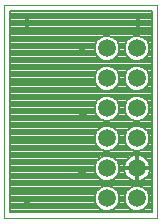
<source format=gbl>
G75*
G70*
%OFA0B0*%
%FSLAX24Y24*%
%IPPOS*%
%LPD*%
%AMOC8*
5,1,8,0,0,1.08239X$1,22.5*
%
%ADD10C,0.0000*%
%ADD11C,0.0594*%
%ADD12C,0.0277*%
%ADD13C,0.0079*%
D10*
X000534Y001854D02*
X000534Y008941D01*
X005652Y008941D01*
X005652Y001854D01*
X000534Y001854D01*
D11*
X003971Y002504D03*
X003971Y003504D03*
X003971Y004504D03*
X003971Y005504D03*
X003971Y006504D03*
X003971Y007504D03*
X004971Y007504D03*
X004971Y006504D03*
X004971Y005504D03*
X004971Y004504D03*
X004971Y003504D03*
X004971Y002504D03*
D12*
X003133Y003390D03*
X003172Y005358D03*
X003133Y007366D03*
X001322Y008351D03*
X005022Y008351D03*
X001322Y002445D03*
D13*
X000724Y002473D02*
X003556Y002473D01*
X003556Y002422D02*
X003619Y002269D01*
X003736Y002152D01*
X003889Y002089D01*
X004054Y002089D01*
X004206Y002152D01*
X004323Y002269D01*
X004386Y002422D01*
X004386Y002587D01*
X004323Y002739D01*
X004206Y002856D01*
X004054Y002919D01*
X003889Y002919D01*
X003736Y002856D01*
X003619Y002739D01*
X003556Y002587D01*
X003556Y002422D01*
X003567Y002395D02*
X000724Y002395D01*
X000724Y002318D02*
X003599Y002318D01*
X003647Y002241D02*
X000724Y002241D01*
X000724Y002164D02*
X003725Y002164D01*
X003556Y002550D02*
X000724Y002550D01*
X000724Y002627D02*
X003573Y002627D01*
X003605Y002705D02*
X000724Y002705D01*
X000724Y002782D02*
X003662Y002782D01*
X003744Y002859D02*
X000724Y002859D01*
X000724Y002936D02*
X005463Y002936D01*
X005463Y002859D02*
X005198Y002859D01*
X005206Y002856D02*
X005054Y002919D01*
X004889Y002919D01*
X004736Y002856D01*
X004619Y002739D01*
X004556Y002587D01*
X004556Y002422D01*
X004619Y002269D01*
X004736Y002152D01*
X004889Y002089D01*
X005054Y002089D01*
X005206Y002152D01*
X005323Y002269D01*
X005386Y002422D01*
X005386Y002587D01*
X005323Y002739D01*
X005206Y002856D01*
X005280Y002782D02*
X005463Y002782D01*
X005463Y002705D02*
X005337Y002705D01*
X005369Y002627D02*
X005463Y002627D01*
X005463Y002550D02*
X005386Y002550D01*
X005386Y002473D02*
X005463Y002473D01*
X005463Y002395D02*
X005375Y002395D01*
X005343Y002318D02*
X005463Y002318D01*
X005463Y002241D02*
X005295Y002241D01*
X005218Y002164D02*
X005463Y002164D01*
X005463Y002086D02*
X000724Y002086D01*
X000724Y002044D02*
X000724Y008752D01*
X005463Y008752D01*
X005463Y002044D01*
X000724Y002044D01*
X000724Y003014D02*
X005463Y003014D01*
X005463Y003091D02*
X005114Y003091D01*
X005058Y003068D02*
X005218Y003134D01*
X005341Y003257D01*
X005407Y003417D01*
X005407Y003465D01*
X005011Y003465D01*
X005011Y003543D01*
X005407Y003543D01*
X005407Y003591D01*
X005341Y003751D01*
X005218Y003874D01*
X005058Y003940D01*
X005010Y003940D01*
X005010Y003544D01*
X004932Y003544D01*
X004932Y003940D01*
X004884Y003940D01*
X004724Y003874D01*
X004601Y003751D01*
X004535Y003591D01*
X004535Y003543D01*
X004932Y003543D01*
X004932Y003465D01*
X004535Y003465D01*
X004535Y003417D01*
X004601Y003257D01*
X004724Y003134D01*
X004884Y003068D01*
X004932Y003068D01*
X004932Y003465D01*
X005010Y003465D01*
X005010Y003068D01*
X005058Y003068D01*
X005010Y003091D02*
X004932Y003091D01*
X004932Y003168D02*
X005010Y003168D01*
X005010Y003246D02*
X004932Y003246D01*
X004932Y003323D02*
X005010Y003323D01*
X005010Y003400D02*
X004932Y003400D01*
X004932Y003477D02*
X004386Y003477D01*
X004386Y003422D02*
X004386Y003587D01*
X004323Y003739D01*
X004206Y003856D01*
X004054Y003919D01*
X003889Y003919D01*
X003736Y003856D01*
X003619Y003739D01*
X003556Y003587D01*
X003556Y003422D01*
X003619Y003269D01*
X003736Y003152D01*
X003889Y003089D01*
X004054Y003089D01*
X004206Y003152D01*
X004323Y003269D01*
X004386Y003422D01*
X004377Y003400D02*
X004542Y003400D01*
X004574Y003323D02*
X004345Y003323D01*
X004300Y003246D02*
X004613Y003246D01*
X004690Y003168D02*
X004222Y003168D01*
X004058Y003091D02*
X004828Y003091D01*
X004744Y002859D02*
X004198Y002859D01*
X004280Y002782D02*
X004662Y002782D01*
X004605Y002705D02*
X004337Y002705D01*
X004369Y002627D02*
X004573Y002627D01*
X004556Y002550D02*
X004386Y002550D01*
X004386Y002473D02*
X004556Y002473D01*
X004567Y002395D02*
X004375Y002395D01*
X004343Y002318D02*
X004599Y002318D01*
X004647Y002241D02*
X004295Y002241D01*
X004218Y002164D02*
X004725Y002164D01*
X005252Y003168D02*
X005463Y003168D01*
X005463Y003246D02*
X005330Y003246D01*
X005368Y003323D02*
X005463Y003323D01*
X005463Y003400D02*
X005400Y003400D01*
X005463Y003477D02*
X005011Y003477D01*
X005010Y003555D02*
X004932Y003555D01*
X004932Y003632D02*
X005010Y003632D01*
X005010Y003709D02*
X004932Y003709D01*
X004932Y003787D02*
X005010Y003787D01*
X005010Y003864D02*
X004932Y003864D01*
X004714Y003864D02*
X004187Y003864D01*
X004276Y003787D02*
X004637Y003787D01*
X004584Y003709D02*
X004335Y003709D01*
X004367Y003632D02*
X004552Y003632D01*
X004535Y003555D02*
X004386Y003555D01*
X004206Y004152D02*
X004054Y004089D01*
X003889Y004089D01*
X003736Y004152D01*
X003619Y004269D01*
X003556Y004422D01*
X003556Y004587D01*
X003619Y004739D01*
X003736Y004856D01*
X003889Y004919D01*
X004054Y004919D01*
X004206Y004856D01*
X004323Y004739D01*
X004386Y004587D01*
X004386Y004422D01*
X004323Y004269D01*
X004206Y004152D01*
X004227Y004173D02*
X004715Y004173D01*
X004736Y004152D02*
X004889Y004089D01*
X005054Y004089D01*
X005206Y004152D01*
X005323Y004269D01*
X005386Y004422D01*
X005386Y004587D01*
X005323Y004739D01*
X005206Y004856D01*
X005054Y004919D01*
X004889Y004919D01*
X004736Y004856D01*
X004619Y004739D01*
X004556Y004587D01*
X004556Y004422D01*
X004619Y004269D01*
X004736Y004152D01*
X004638Y004250D02*
X004304Y004250D01*
X004347Y004328D02*
X004595Y004328D01*
X004563Y004405D02*
X004379Y004405D01*
X004386Y004482D02*
X004556Y004482D01*
X004556Y004559D02*
X004386Y004559D01*
X004365Y004637D02*
X004577Y004637D01*
X004609Y004714D02*
X004333Y004714D01*
X004271Y004791D02*
X004671Y004791D01*
X004767Y004869D02*
X004176Y004869D01*
X004081Y005100D02*
X004861Y005100D01*
X004889Y005089D02*
X005054Y005089D01*
X005206Y005152D01*
X005323Y005269D01*
X005386Y005422D01*
X005386Y005587D01*
X005323Y005739D01*
X005206Y005856D01*
X005054Y005919D01*
X004889Y005919D01*
X004736Y005856D01*
X004619Y005739D01*
X004556Y005587D01*
X004556Y005422D01*
X004619Y005269D01*
X004736Y005152D01*
X004889Y005089D01*
X005081Y005100D02*
X005463Y005100D01*
X005463Y005023D02*
X000724Y005023D01*
X000724Y004946D02*
X005463Y004946D01*
X005463Y004869D02*
X005176Y004869D01*
X005271Y004791D02*
X005463Y004791D01*
X005463Y004714D02*
X005333Y004714D01*
X005365Y004637D02*
X005463Y004637D01*
X005463Y004559D02*
X005386Y004559D01*
X005386Y004482D02*
X005463Y004482D01*
X005463Y004405D02*
X005379Y004405D01*
X005347Y004328D02*
X005463Y004328D01*
X005463Y004250D02*
X005304Y004250D01*
X005227Y004173D02*
X005463Y004173D01*
X005463Y004096D02*
X005070Y004096D01*
X004873Y004096D02*
X004070Y004096D01*
X003873Y004096D02*
X000724Y004096D01*
X000724Y004173D02*
X003715Y004173D01*
X003638Y004250D02*
X000724Y004250D01*
X000724Y004328D02*
X003595Y004328D01*
X003563Y004405D02*
X000724Y004405D01*
X000724Y004482D02*
X003556Y004482D01*
X003556Y004559D02*
X000724Y004559D01*
X000724Y004637D02*
X003577Y004637D01*
X003609Y004714D02*
X000724Y004714D01*
X000724Y004791D02*
X003671Y004791D01*
X003767Y004869D02*
X000724Y004869D01*
X000724Y005100D02*
X003861Y005100D01*
X003889Y005089D02*
X004054Y005089D01*
X004206Y005152D01*
X004323Y005269D01*
X004386Y005422D01*
X004386Y005587D01*
X004323Y005739D01*
X004206Y005856D01*
X004054Y005919D01*
X003889Y005919D01*
X003736Y005856D01*
X003619Y005739D01*
X003556Y005587D01*
X003556Y005422D01*
X003619Y005269D01*
X003736Y005152D01*
X003889Y005089D01*
X003711Y005178D02*
X000724Y005178D01*
X000724Y005255D02*
X003633Y005255D01*
X003593Y005332D02*
X000724Y005332D01*
X000724Y005410D02*
X003561Y005410D01*
X003556Y005487D02*
X000724Y005487D01*
X000724Y005564D02*
X003556Y005564D01*
X003579Y005641D02*
X000724Y005641D01*
X000724Y005719D02*
X003611Y005719D01*
X003676Y005796D02*
X000724Y005796D01*
X000724Y005873D02*
X003778Y005873D01*
X003889Y006089D02*
X004054Y006089D01*
X004206Y006152D01*
X004323Y006269D01*
X004386Y006422D01*
X004386Y006587D01*
X004323Y006739D01*
X004206Y006856D01*
X004054Y006919D01*
X003889Y006919D01*
X003736Y006856D01*
X003619Y006739D01*
X003556Y006587D01*
X003556Y006422D01*
X003619Y006269D01*
X003736Y006152D01*
X003889Y006089D01*
X003850Y006105D02*
X000724Y006105D01*
X000724Y006028D02*
X005463Y006028D01*
X005463Y006105D02*
X005092Y006105D01*
X005054Y006089D02*
X005206Y006152D01*
X005323Y006269D01*
X005386Y006422D01*
X005386Y006587D01*
X005323Y006739D01*
X005206Y006856D01*
X005054Y006919D01*
X004889Y006919D01*
X004736Y006856D01*
X004619Y006739D01*
X004556Y006587D01*
X004556Y006422D01*
X004619Y006269D01*
X004736Y006152D01*
X004889Y006089D01*
X005054Y006089D01*
X005164Y005873D02*
X005463Y005873D01*
X005463Y005796D02*
X005266Y005796D01*
X005331Y005719D02*
X005463Y005719D01*
X005463Y005641D02*
X005363Y005641D01*
X005386Y005564D02*
X005463Y005564D01*
X005463Y005487D02*
X005386Y005487D01*
X005381Y005410D02*
X005463Y005410D01*
X005463Y005332D02*
X005349Y005332D01*
X005309Y005255D02*
X005463Y005255D01*
X005463Y005178D02*
X005232Y005178D01*
X004711Y005178D02*
X004232Y005178D01*
X004309Y005255D02*
X004633Y005255D01*
X004593Y005332D02*
X004349Y005332D01*
X004381Y005410D02*
X004561Y005410D01*
X004556Y005487D02*
X004386Y005487D01*
X004386Y005564D02*
X004556Y005564D01*
X004579Y005641D02*
X004363Y005641D01*
X004331Y005719D02*
X004611Y005719D01*
X004676Y005796D02*
X004266Y005796D01*
X004164Y005873D02*
X004778Y005873D01*
X004850Y006105D02*
X004092Y006105D01*
X004236Y006182D02*
X004706Y006182D01*
X004629Y006260D02*
X004314Y006260D01*
X004351Y006337D02*
X004591Y006337D01*
X004559Y006414D02*
X004383Y006414D01*
X004386Y006491D02*
X004556Y006491D01*
X004556Y006569D02*
X004386Y006569D01*
X004361Y006646D02*
X004581Y006646D01*
X004613Y006723D02*
X004330Y006723D01*
X004261Y006801D02*
X004681Y006801D01*
X004789Y006878D02*
X004153Y006878D01*
X004054Y007089D02*
X004206Y007152D01*
X004323Y007269D01*
X004386Y007422D01*
X004386Y007587D01*
X004323Y007739D01*
X004206Y007856D01*
X004054Y007919D01*
X003889Y007919D01*
X003736Y007856D01*
X003619Y007739D01*
X003556Y007587D01*
X003556Y007422D01*
X003619Y007269D01*
X003736Y007152D01*
X003889Y007089D01*
X004054Y007089D01*
X004104Y007110D02*
X004839Y007110D01*
X004889Y007089D02*
X005054Y007089D01*
X005206Y007152D01*
X005323Y007269D01*
X005386Y007422D01*
X005386Y007587D01*
X005323Y007739D01*
X005206Y007856D01*
X005054Y007919D01*
X004889Y007919D01*
X004736Y007856D01*
X004619Y007739D01*
X004556Y007587D01*
X004556Y007422D01*
X004619Y007269D01*
X004736Y007152D01*
X004889Y007089D01*
X004701Y007187D02*
X004241Y007187D01*
X004318Y007264D02*
X004624Y007264D01*
X004589Y007342D02*
X004353Y007342D01*
X004385Y007419D02*
X004557Y007419D01*
X004556Y007496D02*
X004386Y007496D01*
X004386Y007573D02*
X004556Y007573D01*
X004583Y007651D02*
X004360Y007651D01*
X004328Y007728D02*
X004615Y007728D01*
X004686Y007805D02*
X004257Y007805D01*
X004142Y007883D02*
X004801Y007883D01*
X005142Y007883D02*
X005463Y007883D01*
X005463Y007960D02*
X000724Y007960D01*
X000724Y008037D02*
X005463Y008037D01*
X005463Y008114D02*
X000724Y008114D01*
X000724Y008192D02*
X005463Y008192D01*
X005463Y008269D02*
X000724Y008269D01*
X000724Y008346D02*
X005463Y008346D01*
X005463Y008424D02*
X000724Y008424D01*
X000724Y008501D02*
X005463Y008501D01*
X005463Y008578D02*
X000724Y008578D01*
X000724Y008655D02*
X005463Y008655D01*
X005463Y008733D02*
X000724Y008733D01*
X000724Y007883D02*
X003801Y007883D01*
X003686Y007805D02*
X000724Y007805D01*
X000724Y007728D02*
X003615Y007728D01*
X003583Y007651D02*
X000724Y007651D01*
X000724Y007573D02*
X003556Y007573D01*
X003556Y007496D02*
X000724Y007496D01*
X000724Y007419D02*
X003557Y007419D01*
X003589Y007342D02*
X000724Y007342D01*
X000724Y007264D02*
X003624Y007264D01*
X003701Y007187D02*
X000724Y007187D01*
X000724Y007110D02*
X003839Y007110D01*
X003789Y006878D02*
X000724Y006878D01*
X000724Y006955D02*
X005463Y006955D01*
X005463Y006878D02*
X005153Y006878D01*
X005261Y006801D02*
X005463Y006801D01*
X005463Y006723D02*
X005330Y006723D01*
X005361Y006646D02*
X005463Y006646D01*
X005463Y006569D02*
X005386Y006569D01*
X005386Y006491D02*
X005463Y006491D01*
X005463Y006414D02*
X005383Y006414D01*
X005351Y006337D02*
X005463Y006337D01*
X005463Y006260D02*
X005314Y006260D01*
X005236Y006182D02*
X005463Y006182D01*
X005463Y005951D02*
X000724Y005951D01*
X000724Y006182D02*
X003706Y006182D01*
X003629Y006260D02*
X000724Y006260D01*
X000724Y006337D02*
X003591Y006337D01*
X003559Y006414D02*
X000724Y006414D01*
X000724Y006491D02*
X003556Y006491D01*
X003556Y006569D02*
X000724Y006569D01*
X000724Y006646D02*
X003581Y006646D01*
X003613Y006723D02*
X000724Y006723D01*
X000724Y006801D02*
X003681Y006801D01*
X005104Y007110D02*
X005463Y007110D01*
X005463Y007187D02*
X005241Y007187D01*
X005318Y007264D02*
X005463Y007264D01*
X005463Y007342D02*
X005353Y007342D01*
X005385Y007419D02*
X005463Y007419D01*
X005463Y007496D02*
X005386Y007496D01*
X005386Y007573D02*
X005463Y007573D01*
X005463Y007651D02*
X005360Y007651D01*
X005328Y007728D02*
X005463Y007728D01*
X005463Y007805D02*
X005257Y007805D01*
X005463Y007032D02*
X000724Y007032D01*
X000724Y004018D02*
X005463Y004018D01*
X005463Y003941D02*
X000724Y003941D01*
X000724Y003864D02*
X003755Y003864D01*
X003667Y003787D02*
X000724Y003787D01*
X000724Y003709D02*
X003607Y003709D01*
X003575Y003632D02*
X000724Y003632D01*
X000724Y003555D02*
X003556Y003555D01*
X003556Y003477D02*
X000724Y003477D01*
X000724Y003400D02*
X003565Y003400D01*
X003597Y003323D02*
X000724Y003323D01*
X000724Y003246D02*
X003643Y003246D01*
X003720Y003168D02*
X000724Y003168D01*
X000724Y003091D02*
X003884Y003091D01*
X005228Y003864D02*
X005463Y003864D01*
X005463Y003787D02*
X005306Y003787D01*
X005358Y003709D02*
X005463Y003709D01*
X005463Y003632D02*
X005390Y003632D01*
X005407Y003555D02*
X005463Y003555D01*
M02*

</source>
